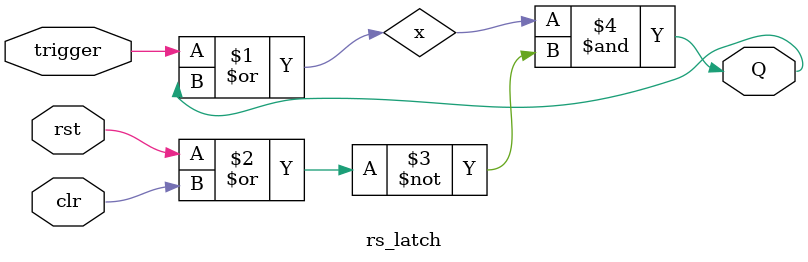
<source format=v>
module rs_latch(Q, trigger, rst, clr);

	input trigger, rst, clr;
	output Q;

	wire trigger,x,rst,clr,Q;

	assign x=trigger|Q;
	assign Q=x&~(rst|clr);

endmodule
</source>
